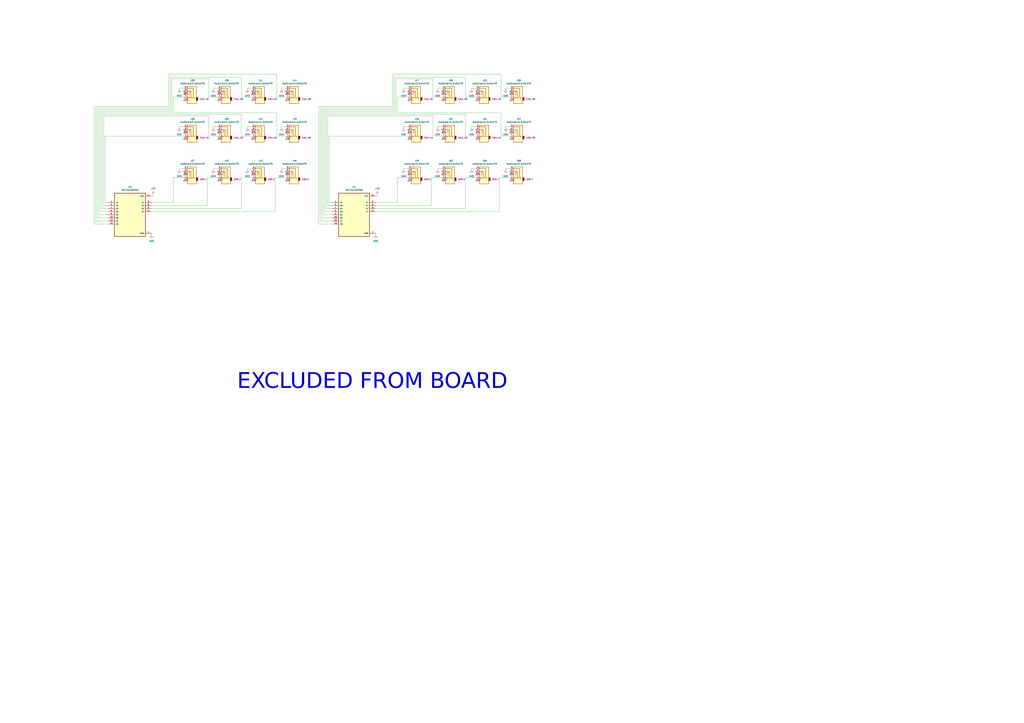
<source format=kicad_sch>
(kicad_sch (version 20231120) (generator "eeschema") (generator_version "8.0")
  (paper "A1")
  (lib_symbols
    (symbol "AT-Symbols:SN74HC32PWR" (pin_names (offset 1.016))
      (property "Reference" "U" (at -12.7 18.78 0))
      (property "Value" "SN74HC32PWR" (at -12.7 -21.78 0))
      (symbol "SN74HC32PWR_0_0"
        (rectangle (start -12.7 -17.78) (end 12.7 17.78) (stroke (width 0.41)) (fill (type background)))
        (pin input line (at -17.78 10.16 0) (length 5.08) (name "1A") (number "1"))
        (pin input line (at -17.78 -2.54 0) (length 5.08) (name "3B") (number "10"))
        (pin output line (at 17.78 2.54 180) (length 5.08) (name "4Y") (number "11"))
        (pin input line (at -17.78 -5.08 0) (length 5.08) (name "4A") (number "12"))
        (pin input line (at -17.78 -7.62 0) (length 5.08) (name "4B") (number "13"))
        (pin power_in line (at 17.78 15.24 180) (length 5.08) (name "VCC") (number "14"))
        (pin input line (at -17.78 7.62 0) (length 5.08) (name "1B") (number "2"))
        (pin output line (at 17.78 10.16 180) (length 5.08) (name "1Y") (number "3"))
        (pin input line (at -17.78 5.08 0) (length 5.08) (name "2A") (number "4"))
        (pin input line (at -17.78 2.54 0) (length 5.08) (name "2B") (number "5"))
        (pin output line (at 17.78 7.62 180) (length 5.08) (name "2Y") (number "6"))
        (pin power_in line (at 17.78 -15.24 180) (length 5.08) (name "GND") (number "7"))
        (pin output line (at 17.78 5.08 180) (length 5.08) (name "3Y") (number "8"))
        (pin input line (at -17.78 0 0) (length 5.08) (name "3A") (number "9"))
      )
    )
    (symbol "Connector_Audio:AudioJack3_SwitchTR"
      (property "Reference" "J" (at 0 8.89 0))
      (property "Value" "AudioJack3_SwitchTR" (at 0 6.35 0))
      (symbol "AudioJack3_SwitchTR_0_1"
        (rectangle (start -5.08 -5.08) (end -6.35 -7.62) (stroke (width 0.254)) (fill (type outline)))
        (polyline (pts (xy 0.508 -0.254) (xy 0.762 -0.762)))
        (polyline (pts (xy 1.778 -5.334) (xy 2.032 -5.842)))
        (polyline (pts (xy 0 -5.08) (xy 0.635 -5.715) (xy 1.27 -5.08) (xy 2.54 -5.08)) (stroke (width 0.254)))
        (polyline (pts (xy 2.54 -7.62) (xy 1.778 -7.62) (xy 1.778 -5.334) (xy 1.524 -5.842)))
        (polyline (pts (xy 2.54 -2.54) (xy 0.508 -2.54) (xy 0.508 -0.254) (xy 0.254 -0.762)))
        (polyline (pts (xy -1.905 -5.08) (xy -1.27 -5.715) (xy -0.635 -5.08) (xy -0.635 0) (xy 2.54 0)) (stroke (width 0.254)))
        (polyline (pts (xy 2.54 2.54) (xy -2.54 2.54) (xy -2.54 -5.08) (xy -3.175 -5.715) (xy -3.81 -5.08)) (stroke (width 0.254)))
        (rectangle (start 2.54 3.81) (end -5.08 -10.16) (stroke (width 0.254)) (fill (type background)))
      )
      (symbol "AudioJack3_SwitchTR_1_1"
        (pin passive line (at 5.08 0 180) (length 2.54) (name "~") (number "R"))
        (pin passive line (at 5.08 -2.54 180) (length 2.54) (name "~") (number "RN"))
        (pin passive line (at 5.08 2.54 180) (length 2.54) (name "~") (number "S"))
        (pin passive line (at 5.08 -5.08 180) (length 2.54) (name "~") (number "T"))
        (pin passive line (at 5.08 -7.62 180) (length 2.54) (name "~") (number "TN"))
      )
    )
    (symbol "power:+5V" (power) (pin_numbers hide) (pin_names (offset 0) hide)
      (property "Value" "+5V" (at 0 3.556 0))
      (symbol "+5V_0_1"
        (polyline (pts (xy -0.762 1.27) (xy 0 2.54)))
        (polyline (pts (xy 0 0) (xy 0 2.54)))
        (polyline (pts (xy 0 2.54) (xy 0.762 1.27)))
      )
      (symbol "+5V_1_1"
        (pin power_in line (at 0 0 90) (length 0) (name "~") (number "1"))
      )
    )
    (symbol "power:GND" (power) (pin_numbers hide) (pin_names (offset 0) hide)
      (property "Value" "GND" (at 0 -3.81 0))
      (symbol "GND_0_1"
        (polyline (pts (xy 0 0) (xy 0 -1.27) (xy 1.27 -1.27) (xy 0 -2.54) (xy -1.27 -1.27) (xy 0 -1.27)))
      )
      (symbol "GND_1_1"
        (pin power_in line (at 0 0 270) (length 0) (name "~") (number "1"))
      )
    )
  )
  (no_connect (at 335.28 114.3))
  (no_connect (at 419.1 114.3))
  (no_connect (at 391.16 74.93))
  (no_connect (at 151.13 148.59))
  (no_connect (at 207.01 82.55))
  (no_connect (at 207.01 148.59))
  (no_connect (at 234.95 148.59))
  (no_connect (at 363.22 143.51))
  (no_connect (at 207.01 143.51))
  (no_connect (at 234.95 109.22))
  (no_connect (at 234.95 143.51))
  (no_connect (at 151.13 77.47))
  (no_connect (at 335.28 77.47))
  (no_connect (at 179.07 148.59))
  (no_connect (at 419.1 106.68))
  (no_connect (at 234.95 106.68))
  (no_connect (at 151.13 106.68))
  (no_connect (at 207.01 106.68))
  (no_connect (at 234.95 77.47))
  (no_connect (at 391.16 140.97))
  (no_connect (at 151.13 114.3))
  (no_connect (at 419.1 77.47))
  (no_connect (at 335.28 140.97))
  (no_connect (at 391.16 148.59))
  (no_connect (at 179.07 114.3))
  (no_connect (at 419.1 82.55))
  (no_connect (at 335.28 82.55))
  (no_connect (at 391.16 77.47))
  (no_connect (at 234.95 114.3))
  (no_connect (at 207.01 109.22))
  (no_connect (at 419.1 74.93))
  (no_connect (at 335.28 109.22))
  (no_connect (at 179.07 82.55))
  (no_connect (at 234.95 74.93))
  (no_connect (at 179.07 143.51))
  (no_connect (at 363.22 106.68))
  (no_connect (at 207.01 114.3))
  (no_connect (at 391.16 109.22))
  (no_connect (at 363.22 74.93))
  (no_connect (at 207.01 77.47))
  (no_connect (at 363.22 140.97))
  (no_connect (at 363.22 148.59))
  (no_connect (at 207.01 140.97))
  (no_connect (at 179.07 74.93))
  (no_connect (at 391.16 143.51))
  (no_connect (at 179.07 109.22))
  (no_connect (at 335.28 106.68))
  (no_connect (at 391.16 106.68))
  (no_connect (at 151.13 109.22))
  (no_connect (at 207.01 74.93))
  (no_connect (at 234.95 140.97))
  (no_connect (at 391.16 114.3))
  (no_connect (at 335.28 143.51))
  (no_connect (at 363.22 114.3))
  (no_connect (at 363.22 77.47))
  (no_connect (at 419.1 140.97))
  (no_connect (at 179.07 140.97))
  (no_connect (at 419.1 143.51))
  (no_connect (at 335.28 74.93))
  (no_connect (at 391.16 82.55))
  (no_connect (at 179.07 106.68))
  (no_connect (at 179.07 77.47))
  (no_connect (at 363.22 109.22))
  (no_connect (at 151.13 82.55))
  (no_connect (at 363.22 82.55))
  (no_connect (at 419.1 148.59))
  (no_connect (at 234.95 82.55))
  (no_connect (at 419.1 109.22))
  (no_connect (at 151.13 140.97))
  (no_connect (at 151.13 74.93))
  (no_connect (at 151.13 143.51))
  (no_connect (at 335.28 148.59))
  (wire (pts (xy 419.1 104.14) (xy 415.29 104.14)))
  (wire (pts (xy 140.97 90.17) (xy 80.01 90.17)))
  (wire (pts (xy 227.33 111.76) (xy 227.33 92.71)))
  (wire (pts (xy 270.51 111.76) (xy 335.28 111.76)))
  (wire (pts (xy 308.61 168.91) (xy 354.33 168.91)))
  (wire (pts (xy 203.2 72.39) (xy 203.2 73.66)))
  (wire (pts (xy 231.14 72.39) (xy 231.14 73.66)))
  (wire (pts (xy 151.13 104.14) (xy 147.32 104.14)))
  (wire (pts (xy 171.45 64.77) (xy 140.97 64.77)))
  (wire (pts (xy 322.58 87.63) (xy 261.62 87.63)))
  (wire (pts (xy 234.95 72.39) (xy 231.14 72.39)))
  (wire (pts (xy 326.39 146.05) (xy 335.28 146.05)))
  (wire (pts (xy 269.24 168.91) (xy 273.05 168.91)))
  (wire (pts (xy 411.48 92.71) (xy 266.7 92.71)))
  (wire (pts (xy 308.61 173.99) (xy 410.21 173.99)))
  (wire (pts (xy 391.16 72.39) (xy 387.35 72.39)))
  (wire (pts (xy 151.13 138.43) (xy 147.32 138.43)))
  (wire (pts (xy 355.6 111.76) (xy 355.6 95.25)))
  (wire (pts (xy 419.1 138.43) (xy 415.29 138.43)))
  (wire (pts (xy 140.97 64.77) (xy 140.97 90.17)))
  (wire (pts (xy 179.07 104.14) (xy 175.26 104.14)))
  (wire (pts (xy 86.36 111.76) (xy 151.13 111.76)))
  (wire (pts (xy 82.55 173.99) (xy 88.9 173.99)))
  (wire (pts (xy 83.82 93.98) (xy 198.12 93.98)))
  (wire (pts (xy 207.01 72.39) (xy 203.2 72.39)))
  (wire (pts (xy 335.28 138.43) (xy 331.47 138.43)))
  (wire (pts (xy 124.46 173.99) (xy 226.06 173.99)))
  (wire (pts (xy 410.21 173.99) (xy 410.21 146.05)))
  (wire (pts (xy 151.13 72.39) (xy 147.32 72.39)))
  (wire (pts (xy 124.46 166.37) (xy 142.24 166.37)))
  (wire (pts (xy 171.45 80.01) (xy 171.45 64.77)))
  (wire (pts (xy 179.07 72.39) (xy 175.26 72.39)))
  (wire (pts (xy 382.27 171.45) (xy 382.27 146.05)))
  (wire (pts (xy 264.16 90.17) (xy 264.16 179.07)))
  (wire (pts (xy 198.12 63.5) (xy 198.12 80.01)))
  (wire (pts (xy 179.07 80.01) (xy 171.45 80.01)))
  (wire (pts (xy 77.47 87.63) (xy 77.47 184.15)))
  (wire (pts (xy 124.46 193.04) (xy 124.46 191.77)))
  (wire (pts (xy 226.06 173.99) (xy 226.06 146.05)))
  (wire (pts (xy 331.47 72.39) (xy 331.47 73.66)))
  (wire (pts (xy 203.2 138.43) (xy 203.2 139.7)))
  (wire (pts (xy 363.22 104.14) (xy 359.41 104.14)))
  (wire (pts (xy 387.35 138.43) (xy 387.35 139.7)))
  (wire (pts (xy 262.89 88.9) (xy 323.85 88.9)))
  (wire (pts (xy 331.47 138.43) (xy 331.47 139.7)))
  (wire (pts (xy 170.18 146.05) (xy 179.07 146.05)))
  (wire (pts (xy 419.1 72.39) (xy 415.29 72.39)))
  (wire (pts (xy 170.18 168.91) (xy 170.18 146.05)))
  (wire (pts (xy 411.48 60.96) (xy 322.58 60.96)))
  (wire (pts (xy 419.1 80.01) (xy 411.48 80.01)))
  (wire (pts (xy 335.28 72.39) (xy 331.47 72.39)))
  (wire (pts (xy 88.9 171.45) (xy 83.82 171.45)))
  (wire (pts (xy 198.12 80.01) (xy 207.01 80.01)))
  (wire (pts (xy 266.7 92.71) (xy 266.7 173.99)))
  (wire (pts (xy 231.14 138.43) (xy 231.14 139.7)))
  (wire (pts (xy 267.97 171.45) (xy 267.97 93.98)))
  (wire (pts (xy 269.24 95.25) (xy 269.24 168.91)))
  (wire (pts (xy 355.6 95.25) (xy 269.24 95.25)))
  (wire (pts (xy 273.05 171.45) (xy 267.97 171.45)))
  (wire (pts (xy 175.26 138.43) (xy 175.26 139.7)))
  (wire (pts (xy 266.7 173.99) (xy 273.05 173.99)))
  (wire (pts (xy 88.9 176.53) (xy 81.28 176.53)))
  (wire (pts (xy 227.33 60.96) (xy 138.43 60.96)))
  (wire (pts (xy 86.36 166.37) (xy 88.9 166.37)))
  (wire (pts (xy 325.12 64.77) (xy 325.12 90.17)))
  (wire (pts (xy 322.58 60.96) (xy 322.58 87.63)))
  (wire (pts (xy 323.85 63.5) (xy 382.27 63.5)))
  (wire (pts (xy 387.35 72.39) (xy 387.35 73.66)))
  (wire (pts (xy 198.12 171.45) (xy 198.12 146.05)))
  (wire (pts (xy 261.62 87.63) (xy 261.62 184.15)))
  (wire (pts (xy 273.05 176.53) (xy 265.43 176.53)))
  (wire (pts (xy 142.24 146.05) (xy 151.13 146.05)))
  (wire (pts (xy 82.55 92.71) (xy 82.55 173.99)))
  (wire (pts (xy 80.01 90.17) (xy 80.01 179.07)))
  (wire (pts (xy 139.7 88.9) (xy 139.7 63.5)))
  (wire (pts (xy 80.01 179.07) (xy 88.9 179.07)))
  (wire (pts (xy 359.41 104.14) (xy 359.41 105.41)))
  (wire (pts (xy 138.43 60.96) (xy 138.43 87.63)))
  (wire (pts (xy 139.7 63.5) (xy 198.12 63.5)))
  (wire (pts (xy 81.28 176.53) (xy 81.28 91.44)))
  (wire (pts (xy 234.95 111.76) (xy 227.33 111.76)))
  (wire (pts (xy 382.27 63.5) (xy 382.27 80.01)))
  (wire (pts (xy 124.46 171.45) (xy 198.12 171.45)))
  (wire (pts (xy 325.12 90.17) (xy 264.16 90.17)))
  (wire (pts (xy 227.33 80.01) (xy 227.33 60.96)))
  (wire (pts (xy 355.6 64.77) (xy 325.12 64.77)))
  (wire (pts (xy 86.36 111.76) (xy 86.36 166.37)))
  (wire (pts (xy 308.61 171.45) (xy 382.27 171.45)))
  (wire (pts (xy 171.45 95.25) (xy 85.09 95.25)))
  (wire (pts (xy 198.12 93.98) (xy 198.12 111.76)))
  (wire (pts (xy 363.22 111.76) (xy 355.6 111.76)))
  (wire (pts (xy 326.39 166.37) (xy 326.39 146.05)))
  (wire (pts (xy 308.61 166.37) (xy 326.39 166.37)))
  (wire (pts (xy 415.29 104.14) (xy 415.29 105.41)))
  (wire (pts (xy 234.95 138.43) (xy 231.14 138.43)))
  (wire (pts (xy 88.9 181.61) (xy 78.74 181.61)))
  (wire (pts (xy 323.85 88.9) (xy 323.85 63.5)))
  (wire (pts (xy 415.29 138.43) (xy 415.29 139.7)))
  (wire (pts (xy 354.33 168.91) (xy 354.33 146.05)))
  (wire (pts (xy 198.12 146.05) (xy 207.01 146.05)))
  (wire (pts (xy 335.28 104.14) (xy 331.47 104.14)))
  (wire (pts (xy 382.27 146.05) (xy 391.16 146.05)))
  (wire (pts (xy 354.33 146.05) (xy 363.22 146.05)))
  (wire (pts (xy 270.51 111.76) (xy 270.51 166.37)))
  (wire (pts (xy 147.32 138.43) (xy 147.32 139.7)))
  (wire (pts (xy 382.27 111.76) (xy 391.16 111.76)))
  (wire (pts (xy 411.48 80.01) (xy 411.48 60.96)))
  (wire (pts (xy 138.43 87.63) (xy 77.47 87.63)))
  (wire (pts (xy 359.41 72.39) (xy 359.41 73.66)))
  (wire (pts (xy 262.89 181.61) (xy 262.89 88.9)))
  (wire (pts (xy 331.47 104.14) (xy 331.47 105.41)))
  (wire (pts (xy 83.82 171.45) (xy 83.82 93.98)))
  (wire (pts (xy 124.46 168.91) (xy 170.18 168.91)))
  (wire (pts (xy 267.97 93.98) (xy 382.27 93.98)))
  (wire (pts (xy 175.26 72.39) (xy 175.26 73.66)))
  (wire (pts (xy 198.12 111.76) (xy 207.01 111.76)))
  (wire (pts (xy 382.27 93.98) (xy 382.27 111.76)))
  (wire (pts (xy 179.07 111.76) (xy 171.45 111.76)))
  (wire (pts (xy 207.01 138.43) (xy 203.2 138.43)))
  (wire (pts (xy 265.43 91.44) (xy 326.39 91.44)))
  (wire (pts (xy 270.51 166.37) (xy 273.05 166.37)))
  (wire (pts (xy 273.05 181.61) (xy 262.89 181.61)))
  (wire (pts (xy 231.14 104.14) (xy 231.14 105.41)))
  (wire (pts (xy 419.1 111.76) (xy 411.48 111.76)))
  (wire (pts (xy 226.06 146.05) (xy 234.95 146.05)))
  (wire (pts (xy 125.73 161.29) (xy 125.73 160.02)))
  (wire (pts (xy 203.2 104.14) (xy 203.2 105.41)))
  (wire (pts (xy 85.09 168.91) (xy 88.9 168.91)))
  (wire (pts (xy 147.32 72.39) (xy 147.32 73.66)))
  (wire (pts (xy 309.88 161.29) (xy 309.88 160.02)))
  (wire (pts (xy 410.21 146.05) (xy 419.1 146.05)))
  (wire (pts (xy 359.41 138.43) (xy 359.41 139.7)))
  (wire (pts (xy 81.28 91.44) (xy 142.24 91.44)))
  (wire (pts (xy 391.16 138.43) (xy 387.35 138.43)))
  (wire (pts (xy 142.24 80.01) (xy 151.13 80.01)))
  (wire (pts (xy 326.39 80.01) (xy 335.28 80.01)))
  (wire (pts (xy 227.33 92.71) (xy 82.55 92.71)))
  (wire (pts (xy 85.09 95.25) (xy 85.09 168.91)))
  (wire (pts (xy 142.24 166.37) (xy 142.24 146.05)))
  (wire (pts (xy 363.22 72.39) (xy 359.41 72.39)))
  (wire (pts (xy 175.26 104.14) (xy 175.26 105.41)))
  (wire (pts (xy 179.07 138.43) (xy 175.26 138.43)))
  (wire (pts (xy 308.61 193.04) (xy 308.61 191.77)))
  (wire (pts (xy 415.29 72.39) (xy 415.29 73.66)))
  (wire (pts (xy 391.16 104.14) (xy 387.35 104.14)))
  (wire (pts (xy 234.95 104.14) (xy 231.14 104.14)))
  (wire (pts (xy 234.95 80.01) (xy 227.33 80.01)))
  (wire (pts (xy 78.74 181.61) (xy 78.74 88.9)))
  (wire (pts (xy 147.32 104.14) (xy 147.32 105.41)))
  (wire (pts (xy 264.16 179.07) (xy 273.05 179.07)))
  (wire (pts (xy 309.88 161.29) (xy 308.61 161.29)))
  (wire (pts (xy 142.24 91.44) (xy 142.24 80.01)))
  (wire (pts (xy 207.01 104.14) (xy 203.2 104.14)))
  (wire (pts (xy 355.6 80.01) (xy 355.6 64.77)))
  (wire (pts (xy 382.27 80.01) (xy 391.16 80.01)))
  (wire (pts (xy 326.39 91.44) (xy 326.39 80.01)))
  (wire (pts (xy 411.48 111.76) (xy 411.48 92.71)))
  (wire (pts (xy 125.73 161.29) (xy 124.46 161.29)))
  (wire (pts (xy 261.62 184.15) (xy 273.05 184.15)))
  (wire (pts (xy 363.22 80.01) (xy 355.6 80.01)))
  (wire (pts (xy 265.43 176.53) (xy 265.43 91.44)))
  (wire (pts (xy 387.35 104.14) (xy 387.35 105.41)))
  (wire (pts (xy 171.45 111.76) (xy 171.45 95.25)))
  (wire (pts (xy 363.22 138.43) (xy 359.41 138.43)))
  (wire (pts (xy 78.74 88.9) (xy 139.7 88.9)))
  (wire (pts (xy 77.47 184.15) (xy 88.9 184.15)))
  (text "EXCLUDED FROM BOARD" (at 305.816 316.992 0) (effects (font (size 12.7 12.7))))
  (symbol (lib_id "Connector_Audio:AudioJack3_SwitchTR") (at 368.3 140.97 0) (mirror y) (unit 1) (on_board no)
    (property "Reference" "J52" (at 370.205 132.08 0))
    (property "Value" "AudioJack3_SwitchTR" (at 370.205 134.62 0))
    (property "Footprint" "AT-Footprints:CONN5_STX-3680_KYC" (effects (hide yes)))
    (property "Description" "Audio Jack, 3 Poles (Stereo / TRS), Switched TR Poles (Normalling)" (effects (hide yes)))
    (property "Control" "OPR 6" (at 375.92 146.812 0) (effects (justify right top)))
  )
  (symbol (lib_id "power:GND") (at 203.2 139.7 0) (unit 1) (on_board no)
    (property "Reference" "#PWR023" (effects (hide yes)))
    (property "Value" "GND" (at 203.2 144.78 0))
    (property "Description" "Power symbol creates a global label with name \"GND\" , ground" (effects (hide yes)))
  )
  (symbol (lib_id "Connector_Audio:AudioJack3_SwitchTR") (at 396.24 140.97 0) (mirror y) (unit 1) (on_board no)
    (property "Reference" "J55" (at 398.145 132.08 0))
    (property "Value" "AudioJack3_SwitchTR" (at 398.145 134.62 0))
    (property "Footprint" "AT-Footprints:CONN5_STX-3680_KYC" (effects (hide yes)))
    (property "Description" "Audio Jack, 3 Poles (Stereo / TRS), Switched TR Poles (Normalling)" (effects (hide yes)))
    (property "Control" "OPR 7" (at 403.86 146.812 0) (effects (justify right top)))
  )
  (symbol (lib_id "power:GND") (at 175.26 73.66 0) (unit 1) (on_board no)
    (property "Reference" "#PWR018" (effects (hide yes)))
    (property "Value" "GND" (at 175.26 78.74 0))
    (property "Description" "Power symbol creates a global label with name \"GND\" , ground" (effects (hide yes)))
  )
  (symbol (lib_id "power:GND") (at 175.26 105.41 0) (unit 1) (on_board no)
    (property "Reference" "#PWR019" (effects (hide yes)))
    (property "Value" "GND" (at 175.26 110.49 0))
    (property "Description" "Power symbol creates a global label with name \"GND\" , ground" (effects (hide yes)))
  )
  (symbol (lib_id "power:GND") (at 331.47 139.7 0) (unit 1) (on_board no)
    (property "Reference" "#PWR031" (effects (hide yes)))
    (property "Value" "GND" (at 331.47 144.78 0))
    (property "Description" "Power symbol creates a global label with name \"GND\" , ground" (effects (hide yes)))
  )
  (symbol (lib_id "Connector_Audio:AudioJack3_SwitchTR") (at 212.09 140.97 0) (mirror y) (unit 1) (on_board no)
    (property "Reference" "J43" (at 213.995 132.08 0))
    (property "Value" "AudioJack3_SwitchTR" (at 213.995 134.62 0))
    (property "Footprint" "AT-Footprints:CONN5_STX-3680_KYC" (effects (hide yes)))
    (property "Description" "Audio Jack, 3 Poles (Stereo / TRS), Switched TR Poles (Normalling)" (effects (hide yes)))
    (property "Control" "OPR 3" (at 219.71 146.812 0) (effects (justify right top)))
  )
  (symbol (lib_id "Connector_Audio:AudioJack3_SwitchTR") (at 424.18 74.93 0) (mirror y) (unit 1) (on_board no)
    (property "Reference" "J56" (at 426.085 66.04 0))
    (property "Value" "AudioJack3_SwitchTR" (at 426.085 68.58 0))
    (property "Footprint" "AT-Footprints:CONN5_STX-3680_KYC" (effects (hide yes)))
    (property "Description" "Audio Jack, 3 Poles (Stereo / TRS), Switched TR Poles (Normalling)" (effects (hide yes)))
    (property "Control" "CALL 4B" (at 431.8 80.772 0) (effects (justify right top)))
  )
  (symbol (lib_id "Connector_Audio:AudioJack3_SwitchTR") (at 424.18 140.97 0) (mirror y) (unit 1) (on_board no)
    (property "Reference" "J58" (at 426.085 132.08 0))
    (property "Value" "AudioJack3_SwitchTR" (at 426.085 134.62 0))
    (property "Footprint" "AT-Footprints:CONN5_STX-3680_KYC" (effects (hide yes)))
    (property "Description" "Audio Jack, 3 Poles (Stereo / TRS), Switched TR Poles (Normalling)" (effects (hide yes)))
    (property "Control" "OPR 7" (at 431.8 146.812 0) (effects (justify right top)))
  )
  (symbol (lib_id "Connector_Audio:AudioJack3_SwitchTR") (at 184.15 140.97 0) (mirror y) (unit 1) (on_board no)
    (property "Reference" "J40" (at 186.055 132.08 0))
    (property "Value" "AudioJack3_SwitchTR" (at 186.055 134.62 0))
    (property "Footprint" "AT-Footprints:CONN5_STX-3680_KYC" (effects (hide yes)))
    (property "Description" "Audio Jack, 3 Poles (Stereo / TRS), Switched TR Poles (Normalling)" (effects (hide yes)))
    (property "Control" "OPR 2" (at 191.77 146.812 0) (effects (justify right top)))
  )
  (symbol (lib_id "power:GND") (at 231.14 105.41 0) (unit 1) (on_board no)
    (property "Reference" "#PWR025" (effects (hide yes)))
    (property "Value" "GND" (at 231.14 110.49 0))
    (property "Description" "Power symbol creates a global label with name \"GND\" , ground" (effects (hide yes)))
  )
  (symbol (lib_id "Connector_Audio:AudioJack3_SwitchTR") (at 340.36 140.97 0) (mirror y) (unit 1) (on_board no)
    (property "Reference" "J49" (at 342.265 132.08 0))
    (property "Value" "AudioJack3_SwitchTR" (at 342.265 134.62 0))
    (property "Footprint" "AT-Footprints:CONN5_STX-3680_KYC" (effects (hide yes)))
    (property "Description" "Audio Jack, 3 Poles (Stereo / TRS), Switched TR Poles (Normalling)" (effects (hide yes)))
    (property "Control" "OPR 5" (at 347.98 146.812 0) (effects (justify right top)))
  )
  (symbol (lib_id "power:GND") (at 359.41 139.7 0) (unit 1) (on_board no)
    (property "Reference" "#PWR034" (effects (hide yes)))
    (property "Value" "GND" (at 359.41 144.78 0))
    (property "Description" "Power symbol creates a global label with name \"GND\" , ground" (effects (hide yes)))
  )
  (symbol (lib_id "power:GND") (at 203.2 105.41 0) (unit 1) (on_board no)
    (property "Reference" "#PWR022" (effects (hide yes)))
    (property "Value" "GND" (at 203.2 110.49 0))
    (property "Description" "Power symbol creates a global label with name \"GND\" , ground" (effects (hide yes)))
  )
  (symbol (lib_id "power:GND") (at 308.61 193.04 0) (unit 1) (on_board no)
    (property "Reference" "#PWR027" (effects (hide yes)))
    (property "Value" "GND" (at 308.61 198.12 0))
    (property "Description" "Power symbol creates a global label with name \"GND\" , ground" (effects (hide yes)))
  )
  (symbol (lib_id "AT-Symbols:SN74HC32PWR") (at 290.83 176.53 0) (unit 1) (on_board no)
    (property "Reference" "U4" (at 290.83 153.67 0))
    (property "Value" "SN74HC32PWR" (at 290.83 156.21 0))
    (property "Footprint" "Package_SO:TSSOP-14_4.4x5mm_P0.65mm" (effects (hide yes)))
  )
  (symbol (lib_id "power:GND") (at 387.35 139.7 0) (unit 1) (on_board no)
    (property "Reference" "#PWR037" (effects (hide yes)))
    (property "Value" "GND" (at 387.35 144.78 0))
    (property "Description" "Power symbol creates a global label with name \"GND\" , ground" (effects (hide yes)))
  )
  (symbol (lib_id "power:GND") (at 231.14 139.7 0) (unit 1) (on_board no)
    (property "Reference" "#PWR026" (effects (hide yes)))
    (property "Value" "GND" (at 231.14 144.78 0))
    (property "Description" "Power symbol creates a global label with name \"GND\" , ground" (effects (hide yes)))
  )
  (symbol (lib_id "Connector_Audio:AudioJack3_SwitchTR") (at 184.15 74.93 0) (mirror y) (unit 1) (on_board no)
    (property "Reference" "J38" (at 186.055 66.04 0))
    (property "Value" "AudioJack3_SwitchTR" (at 186.055 68.58 0))
    (property "Footprint" "AT-Footprints:CONN5_STX-3680_KYC" (effects (hide yes)))
    (property "Description" "Audio Jack, 3 Poles (Stereo / TRS), Switched TR Poles (Normalling)" (effects (hide yes)))
    (property "Control" "CALL 3B" (at 191.77 80.772 0) (effects (justify right top)))
  )
  (symbol (lib_id "Connector_Audio:AudioJack3_SwitchTR") (at 368.3 106.68 0) (mirror y) (unit 1) (on_board no)
    (property "Reference" "J51" (at 370.205 97.79 0))
    (property "Value" "AudioJack3_SwitchTR" (at 370.205 100.33 0))
    (property "Footprint" "AT-Footprints:CONN5_STX-3680_KYC" (effects (hide yes)))
    (property "Description" "Audio Jack, 3 Poles (Stereo / TRS), Switched TR Poles (Normalling)" (effects (hide yes)))
    (property "Control" "CALL 1B" (at 375.92 112.522 0) (effects (justify right top)))
  )
  (symbol (lib_id "power:GND") (at 415.29 73.66 0) (unit 1) (on_board no)
    (property "Reference" "#PWR038" (effects (hide yes)))
    (property "Value" "GND" (at 415.29 78.74 0))
    (property "Description" "Power symbol creates a global label with name \"GND\" , ground" (effects (hide yes)))
  )
  (symbol (lib_id "AT-Symbols:SN74HC32PWR") (at 106.68 176.53 0) (unit 1) (on_board no)
    (property "Reference" "U3" (at 106.68 153.67 0))
    (property "Value" "SN74HC32PWR" (at 106.68 156.21 0))
    (property "Footprint" "Package_SO:TSSOP-14_4.4x5mm_P0.65mm" (effects (hide yes)))
  )
  (symbol (lib_id "power:GND") (at 331.47 105.41 0) (unit 1) (on_board no)
    (property "Reference" "#PWR030" (effects (hide yes)))
    (property "Value" "GND" (at 331.47 110.49 0))
    (property "Description" "Power symbol creates a global label with name \"GND\" , ground" (effects (hide yes)))
  )
  (symbol (lib_id "Connector_Audio:AudioJack3_SwitchTR") (at 212.09 106.68 0) (mirror y) (unit 1) (on_board no)
    (property "Reference" "J42" (at 213.995 97.79 0))
    (property "Value" "AudioJack3_SwitchTR" (at 213.995 100.33 0))
    (property "Footprint" "AT-Footprints:CONN5_STX-3680_KYC" (effects (hide yes)))
    (property "Description" "Audio Jack, 3 Poles (Stereo / TRS), Switched TR Poles (Normalling)" (effects (hide yes)))
    (property "Control" "CALL 2A" (at 219.71 112.522 0) (effects (justify right top)))
  )
  (symbol (lib_id "power:GND") (at 147.32 139.7 0) (unit 1) (on_board no)
    (property "Reference" "#PWR017" (effects (hide yes)))
    (property "Value" "GND" (at 147.32 144.78 0))
    (property "Description" "Power symbol creates a global label with name \"GND\" , ground" (effects (hide yes)))
  )
  (symbol (lib_id "Connector_Audio:AudioJack3_SwitchTR") (at 184.15 106.68 0) (mirror y) (unit 1) (on_board no)
    (property "Reference" "J39" (at 186.055 97.79 0))
    (property "Value" "AudioJack3_SwitchTR" (at 186.055 100.33 0))
    (property "Footprint" "AT-Footprints:CONN5_STX-3680_KYC" (effects (hide yes)))
    (property "Description" "Audio Jack, 3 Poles (Stereo / TRS), Switched TR Poles (Normalling)" (effects (hide yes)))
    (property "Control" "CALL 1B" (at 191.77 112.522 0) (effects (justify right top)))
  )
  (symbol (lib_id "Connector_Audio:AudioJack3_SwitchTR") (at 396.24 74.93 0) (mirror y) (unit 1) (on_board no)
    (property "Reference" "J53" (at 398.145 66.04 0))
    (property "Value" "AudioJack3_SwitchTR" (at 398.145 68.58 0))
    (property "Footprint" "AT-Footprints:CONN5_STX-3680_KYC" (effects (hide yes)))
    (property "Description" "Audio Jack, 3 Poles (Stereo / TRS), Switched TR Poles (Normalling)" (effects (hide yes)))
    (property "Control" "CALL 4A" (at 403.86 80.772 0) (effects (justify right top)))
  )
  (symbol (lib_id "power:GND") (at 231.14 73.66 0) (unit 1) (on_board no)
    (property "Reference" "#PWR024" (effects (hide yes)))
    (property "Value" "GND" (at 231.14 78.74 0))
    (property "Description" "Power symbol creates a global label with name \"GND\" , ground" (effects (hide yes)))
  )
  (symbol (lib_id "Connector_Audio:AudioJack3_SwitchTR") (at 240.03 106.68 0) (mirror y) (unit 1) (on_board no)
    (property "Reference" "J45" (at 241.935 97.79 0))
    (property "Value" "AudioJack3_SwitchTR" (at 241.935 100.33 0))
    (property "Footprint" "AT-Footprints:CONN5_STX-3680_KYC" (effects (hide yes)))
    (property "Description" "Audio Jack, 3 Poles (Stereo / TRS), Switched TR Poles (Normalling)" (effects (hide yes)))
    (property "Control" "CALL 2B" (at 247.65 112.522 0) (effects (justify right top)))
  )
  (symbol (lib_id "Connector_Audio:AudioJack3_SwitchTR") (at 396.24 106.68 0) (mirror y) (unit 1) (on_board no)
    (property "Reference" "J54" (at 398.145 97.79 0))
    (property "Value" "AudioJack3_SwitchTR" (at 398.145 100.33 0))
    (property "Footprint" "AT-Footprints:CONN5_STX-3680_KYC" (effects (hide yes)))
    (property "Description" "Audio Jack, 3 Poles (Stereo / TRS), Switched TR Poles (Normalling)" (effects (hide yes)))
    (property "Control" "CALL 2A" (at 403.86 112.522 0) (effects (justify right top)))
  )
  (symbol (lib_id "power:GND") (at 415.29 105.41 0) (unit 1) (on_board no)
    (property "Reference" "#PWR039" (effects (hide yes)))
    (property "Value" "GND" (at 415.29 110.49 0))
    (property "Description" "Power symbol creates a global label with name \"GND\" , ground" (effects (hide yes)))
  )
  (symbol (lib_id "Connector_Audio:AudioJack3_SwitchTR") (at 340.36 106.68 0) (mirror y) (unit 1) (on_board no)
    (property "Reference" "J48" (at 342.265 97.79 0))
    (property "Value" "AudioJack3_SwitchTR" (at 342.265 100.33 0))
    (property "Footprint" "AT-Footprints:CONN5_STX-3680_KYC" (effects (hide yes)))
    (property "Description" "Audio Jack, 3 Poles (Stereo / TRS), Switched TR Poles (Normalling)" (effects (hide yes)))
    (property "Control" "CALL 1A" (at 347.98 112.522 0) (effects (justify right top)))
  )
  (symbol (lib_id "power:GND") (at 387.35 73.66 0) (unit 1) (on_board no)
    (property "Reference" "#PWR035" (effects (hide yes)))
    (property "Value" "GND" (at 387.35 78.74 0))
    (property "Description" "Power symbol creates a global label with name \"GND\" , ground" (effects (hide yes)))
  )
  (symbol (lib_id "power:GND") (at 203.2 73.66 0) (unit 1) (on_board no)
    (property "Reference" "#PWR021" (effects (hide yes)))
    (property "Value" "GND" (at 203.2 78.74 0))
    (property "Description" "Power symbol creates a global label with name \"GND\" , ground" (effects (hide yes)))
  )
  (symbol (lib_id "power:GND") (at 124.46 193.04 0) (unit 1) (on_board no)
    (property "Reference" "#PWR013" (effects (hide yes)))
    (property "Value" "GND" (at 124.46 198.12 0))
    (property "Description" "Power symbol creates a global label with name \"GND\" , ground" (effects (hide yes)))
  )
  (symbol (lib_id "Connector_Audio:AudioJack3_SwitchTR") (at 156.21 140.97 0) (mirror y) (unit 1) (on_board no)
    (property "Reference" "J37" (at 158.115 132.08 0))
    (property "Value" "AudioJack3_SwitchTR" (at 158.115 134.62 0))
    (property "Footprint" "AT-Footprints:CONN5_STX-3680_KYC" (effects (hide yes)))
    (property "Description" "Audio Jack, 3 Poles (Stereo / TRS), Switched TR Poles (Normalling)" (effects (hide yes)))
    (property "Control" "OPR 1" (at 163.83 146.812 0) (effects (justify right top)))
  )
  (symbol (lib_id "power:+5V") (at 309.88 160.02 0) (unit 1) (on_board no)
    (property "Reference" "#PWR028" (effects (hide yes)))
    (property "Value" "+5V" (at 309.88 154.94 0))
    (property "Description" "Power symbol creates a global label with name \"+5V\"" (effects (hide yes)))
  )
  (symbol (lib_id "power:GND") (at 147.32 73.66 0) (unit 1) (on_board no)
    (property "Reference" "#PWR015" (effects (hide yes)))
    (property "Value" "GND" (at 147.32 78.74 0))
    (property "Description" "Power symbol creates a global label with name \"GND\" , ground" (effects (hide yes)))
  )
  (symbol (lib_id "Connector_Audio:AudioJack3_SwitchTR") (at 156.21 74.93 0) (mirror y) (unit 1) (on_board no)
    (property "Reference" "J35" (at 158.115 66.04 0))
    (property "Value" "AudioJack3_SwitchTR" (at 158.115 68.58 0))
    (property "Footprint" "AT-Footprints:CONN5_STX-3680_KYC" (effects (hide yes)))
    (property "Description" "Audio Jack, 3 Poles (Stereo / TRS), Switched TR Poles (Normalling)" (effects (hide yes)))
    (property "Control" "CALL 3A" (at 163.83 80.772 0) (effects (justify right top)))
  )
  (symbol (lib_id "Connector_Audio:AudioJack3_SwitchTR") (at 156.21 106.68 0) (mirror y) (unit 1) (on_board no)
    (property "Reference" "J36" (at 158.115 97.79 0))
    (property "Value" "AudioJack3_SwitchTR" (at 158.115 100.33 0))
    (property "Footprint" "AT-Footprints:CONN5_STX-3680_KYC" (effects (hide yes)))
    (property "Description" "Audio Jack, 3 Poles (Stereo / TRS), Switched TR Poles (Normalling)" (effects (hide yes)))
    (property "Control" "CALL 1A" (at 163.83 112.522 0) (effects (justify right top)))
  )
  (symbol (lib_id "power:GND") (at 359.41 105.41 0) (unit 1) (on_board no)
    (property "Reference" "#PWR033" (effects (hide yes)))
    (property "Value" "GND" (at 359.41 110.49 0))
    (property "Description" "Power symbol creates a global label with name \"GND\" , ground" (effects (hide yes)))
  )
  (symbol (lib_id "power:+5V") (at 125.73 160.02 0) (unit 1) (on_board no)
    (property "Reference" "#PWR014" (effects (hide yes)))
    (property "Value" "+5V" (at 125.73 154.94 0))
    (property "Description" "Power symbol creates a global label with name \"+5V\"" (effects (hide yes)))
  )
  (symbol (lib_id "power:GND") (at 359.41 73.66 0) (unit 1) (on_board no)
    (property "Reference" "#PWR032" (effects (hide yes)))
    (property "Value" "GND" (at 359.41 78.74 0))
    (property "Description" "Power symbol creates a global label with name \"GND\" , ground" (effects (hide yes)))
  )
  (symbol (lib_id "Connector_Audio:AudioJack3_SwitchTR") (at 340.36 74.93 0) (mirror y) (unit 1) (on_board no)
    (property "Reference" "J47" (at 342.265 66.04 0))
    (property "Value" "AudioJack3_SwitchTR" (at 342.265 68.58 0))
    (property "Footprint" "AT-Footprints:CONN5_STX-3680_KYC" (effects (hide yes)))
    (property "Description" "Audio Jack, 3 Poles (Stereo / TRS), Switched TR Poles (Normalling)" (effects (hide yes)))
    (property "Control" "CALL 3A" (at 347.98 80.772 0) (effects (justify right top)))
  )
  (symbol (lib_id "Connector_Audio:AudioJack3_SwitchTR") (at 212.09 74.93 0) (mirror y) (unit 1) (on_board no)
    (property "Reference" "J41" (at 213.995 66.04 0))
    (property "Value" "AudioJack3_SwitchTR" (at 213.995 68.58 0))
    (property "Footprint" "AT-Footprints:CONN5_STX-3680_KYC" (effects (hide yes)))
    (property "Description" "Audio Jack, 3 Poles (Stereo / TRS), Switched TR Poles (Normalling)" (effects (hide yes)))
    (property "Control" "CALL 4A" (at 219.71 80.772 0) (effects (justify right top)))
  )
  (symbol (lib_id "power:GND") (at 415.29 139.7 0) (unit 1) (on_board no)
    (property "Reference" "#PWR040" (effects (hide yes)))
    (property "Value" "GND" (at 415.29 144.78 0))
    (property "Description" "Power symbol creates a global label with name \"GND\" , ground" (effects (hide yes)))
  )
  (symbol (lib_id "Connector_Audio:AudioJack3_SwitchTR") (at 424.18 106.68 0) (mirror y) (unit 1) (on_board no)
    (property "Reference" "J57" (at 426.085 97.79 0))
    (property "Value" "AudioJack3_SwitchTR" (at 426.085 100.33 0))
    (property "Footprint" "AT-Footprints:CONN5_STX-3680_KYC" (effects (hide yes)))
    (property "Description" "Audio Jack, 3 Poles (Stereo / TRS), Switched TR Poles (Normalling)" (effects (hide yes)))
    (property "Control" "CALL 2B" (at 431.8 112.522 0) (effects (justify right top)))
  )
  (symbol (lib_id "power:GND") (at 147.32 105.41 0) (unit 1) (on_board no)
    (property "Reference" "#PWR016" (effects (hide yes)))
    (property "Value" "GND" (at 147.32 110.49 0))
    (property "Description" "Power symbol creates a global label with name \"GND\" , ground" (effects (hide yes)))
  )
  (symbol (lib_id "Connector_Audio:AudioJack3_SwitchTR") (at 240.03 74.93 0) (mirror y) (unit 1) (on_board no)
    (property "Reference" "J44" (at 241.935 66.04 0))
    (property "Value" "AudioJack3_SwitchTR" (at 241.935 68.58 0))
    (property "Footprint" "AT-Footprints:CONN5_STX-3680_KYC" (effects (hide yes)))
    (property "Description" "Audio Jack, 3 Poles (Stereo / TRS), Switched TR Poles (Normalling)" (effects (hide yes)))
    (property "Control" "CALL 4B" (at 247.65 80.772 0) (effects (justify right top)))
  )
  (symbol (lib_id "Connector_Audio:AudioJack3_SwitchTR") (at 368.3 74.93 0) (mirror y) (unit 1) (on_board no)
    (property "Reference" "J50" (at 370.205 66.04 0))
    (property "Value" "AudioJack3_SwitchTR" (at 370.205 68.58 0))
    (property "Footprint" "AT-Footprints:CONN5_STX-3680_KYC" (effects (hide yes)))
    (property "Description" "Audio Jack, 3 Poles (Stereo / TRS), Switched TR Poles (Normalling)" (effects (hide yes)))
    (property "Control" "CALL 3B" (at 375.92 80.772 0) (effects (justify right top)))
  )
  (symbol (lib_id "Connector_Audio:AudioJack3_SwitchTR") (at 240.03 140.97 0) (mirror y) (unit 1) (on_board no)
    (property "Reference" "J46" (at 241.935 132.08 0))
    (property "Value" "AudioJack3_SwitchTR" (at 241.935 134.62 0))
    (property "Footprint" "AT-Footprints:CONN5_STX-3680_KYC" (effects (hide yes)))
    (property "Description" "Audio Jack, 3 Poles (Stereo / TRS), Switched TR Poles (Normalling)" (effects (hide yes)))
    (property "Control" "OPR 4" (at 247.65 146.812 0) (effects (justify right top)))
  )
  (symbol (lib_id "power:GND") (at 331.47 73.66 0) (unit 1) (on_board no)
    (property "Reference" "#PWR029" (effects (hide yes)))
    (property "Value" "GND" (at 331.47 78.74 0))
    (property "Description" "Power symbol creates a global label with name \"GND\" , ground" (effects (hide yes)))
  )
  (symbol (lib_id "power:GND") (at 387.35 105.41 0) (unit 1) (on_board no)
    (property "Reference" "#PWR036" (effects (hide yes)))
    (property "Value" "GND" (at 387.35 110.49 0))
    (property "Description" "Power symbol creates a global label with name \"GND\" , ground" (effects (hide yes)))
  )
  (symbol (lib_id "power:GND") (at 175.26 139.7 0) (unit 1) (on_board no)
    (property "Reference" "#PWR020" (effects (hide yes)))
    (property "Value" "GND" (at 175.26 144.78 0))
    (property "Description" "Power symbol creates a global label with name \"GND\" , ground" (effects (hide yes)))
  )
)
</source>
